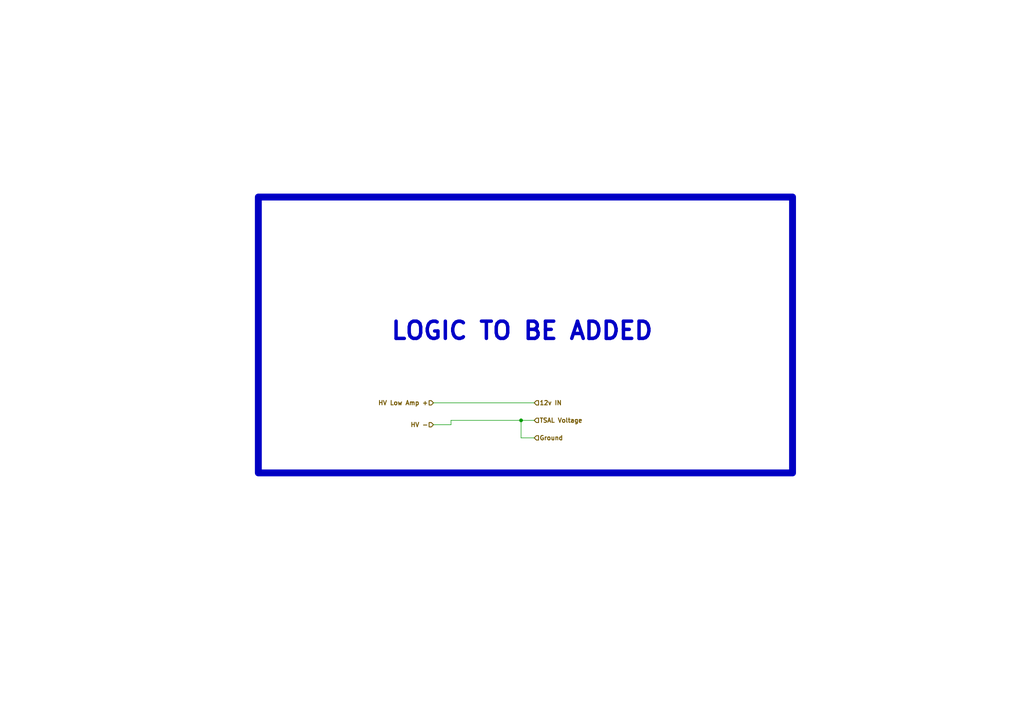
<source format=kicad_sch>
(kicad_sch (version 20230121) (generator eeschema)
  (paper "A4")
  (lib_symbols)
  (junction (at 151.13 121.92))
  (wire (pts (xy 130.81 121.92) (xy 130.81 123.19)))
  (wire (pts (xy 151.13 127) (xy 151.13 121.92)))
  (wire (pts (xy 151.13 121.92) (xy 130.81 121.92)))
  (wire (pts (xy 125.73 116.84) (xy 154.94 116.84)))
  (wire (pts (xy 154.94 121.92) (xy 151.13 121.92)))
  (wire (pts (xy 130.81 123.19) (xy 125.73 123.19)))
  (wire (pts (xy 154.94 127) (xy 151.13 127)))
  (rectangle (start 74.93 57.15) (end 229.87 137.16) (stroke (width 2)))
  (text "LOGIC TO BE ADDED" (at 113.03 99.06 0) (effects (font (size 5 5) bold) (justify left bottom)))
  (hierarchical_label "HV Low Amp +" (shape input) (at 125.73 116.84 180) (effects (font bold)))
  (hierarchical_label "12v IN" (shape input) (at 154.94 116.84 0) (effects (font bold)))
  (hierarchical_label "Ground" (shape input) (at 154.94 127 0) (effects (font bold)))
  (hierarchical_label "HV -" (shape input) (at 125.73 123.19 180) (effects (font bold)))
  (hierarchical_label "TSAL Voltage" (shape input) (at 154.94 121.92 0) (effects (font bold)))
)
</source>
